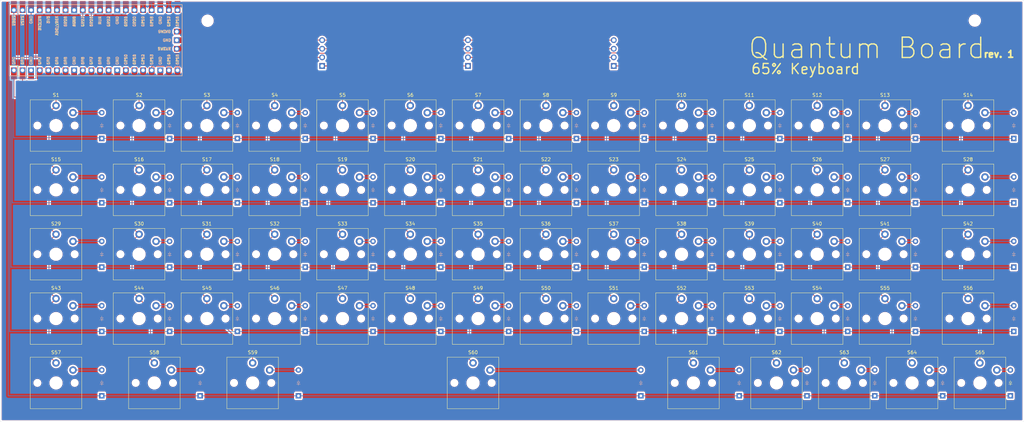
<source format=kicad_pcb>
(kicad_pcb (version 20240108) (generator "pcbnew") (generator_version "8.0")
  (layers (0 "F.Cu" signal) (31 "B.Cu" signal) (34 "B.Paste" user) (35 "F.Paste" user) (36 "B.SilkS" user "B.Silkscreen") (37 "F.SilkS" user "F.Silkscreen") (38 "B.Mask" user) (39 "F.Mask" user) (44 "Edge.Cuts" user))
  (net 0 "")
  (net 1 "Net-(D1-A)")
  (net 2 "R0")
  (net 3 "Net-(D2-A)")
  (net 4 "Net-(D3-A)")
  (net 5 "Net-(D4-A)")
  (net 6 "Net-(D5-A)")
  (net 7 "Net-(D6-A)")
  (net 8 "Net-(D7-A)")
  (net 9 "Net-(D8-A)")
  (net 10 "Net-(D9-A)")
  (net 11 "Net-(D10-A)")
  (net 12 "Net-(D11-A)")
  (net 13 "Net-(D12-A)")
  (net 14 "Net-(D13-A)")
  (net 15 "Net-(D14-A)")
  (net 16 "Net-(D15-A)")
  (net 17 "R1")
  (net 18 "Net-(D16-A)")
  (net 19 "Net-(D17-A)")
  (net 20 "Net-(D18-A)")
  (net 21 "Net-(D19-A)")
  (net 22 "Net-(D20-A)")
  (net 23 "Net-(D21-A)")
  (net 24 "Net-(D22-A)")
  (net 25 "Net-(D23-A)")
  (net 26 "Net-(D24-A)")
  (net 27 "Net-(D25-A)")
  (net 28 "Net-(D26-A)")
  (net 29 "Net-(D27-A)")
  (net 30 "Net-(D28-A)")
  (net 31 "R2")
  (net 32 "Net-(D29-A)")
  (net 33 "Net-(D30-A)")
  (net 34 "Net-(D31-A)")
  (net 35 "Net-(D32-A)")
  (net 36 "Net-(D33-A)")
  (net 37 "Net-(D34-A)")
  (net 38 "Net-(D35-A)")
  (net 39 "Net-(D36-A)")
  (net 40 "Net-(D37-A)")
  (net 41 "Net-(D38-A)")
  (net 42 "Net-(D39-A)")
  (net 43 "Net-(D40-A)")
  (net 44 "Net-(D41-A)")
  (net 45 "Net-(D42-A)")
  (net 46 "R3")
  (net 47 "Net-(D43-A)")
  (net 48 "Net-(D44-A)")
  (net 49 "Net-(D45-A)")
  (net 50 "Net-(D46-A)")
  (net 51 "Net-(D47-A)")
  (net 52 "Net-(D48-A)")
  (net 53 "Net-(D49-A)")
  (net 54 "Net-(D50-A)")
  (net 55 "Net-(D51-A)")
  (net 56 "Net-(D52-A)")
  (net 57 "Net-(D53-A)")
  (net 58 "Net-(D54-A)")
  (net 59 "Net-(D55-A)")
  (net 60 "Net-(D56-A)")
  (net 61 "Net-(D57-A)")
  (net 62 "R4")
  (net 63 "Net-(D58-A)")
  (net 64 "Net-(D59-A)")
  (net 65 "Net-(D63-A)")
  (net 66 "Net-(D67-A)")
  (net 67 "Net-(D68-A)")
  (net 68 "Net-(D69-A)")
  (net 69 "Net-(D70-A)")
  (net 70 "SCL")
  (net 71 "SDA")
  (net 72 "GND")
  (net 73 "+5V")
  (net 74 "C0")
  (net 75 "C1")
  (net 76 "C2")
  (net 77 "C3")
  (net 78 "C4")
  (net 79 "C5")
  (net 80 "C6")
  (net 81 "C7")
  (net 82 "C8")
  (net 83 "C9")
  (net 84 "C10")
  (net 85 "C11")
  (net 86 "C12")
  (net 87 "C14")
  (net 108 "Net-(D60-A)")
  (net 109 "Net-(D61-A)")
  (net 110 "Net-(D62-A)")
  (net 111 "Net-(D64-A)")
  (net 112 "Net-(D65-A)")
  (footprint "ScottoKeebs_Choc:Choc_V1_1.00u" (layer "F.Cu") (at 269.3 99.35)
    (property "Reference" "S11")
    (property "Value" "Keyswitch")
  )
  (footprint "ScottoKeebs_Choc:Choc_V1_1.50u" (layer "F.Cu") (at 64.8 99.35)
    (property "Reference" "S1")
    (property "Value" "Keyswitch")
  )
  (footprint "ScottoKeebs_Choc:Choc_V1_1.00u" (layer "F.Cu") (at 149.3 118.35)
    (property "Reference" "S19")
    (property "Value" "Keyswitch")
  )
  (footprint "ScottoKeebs_Choc:Choc_V1_1.00u" (layer "F.Cu") (at 277.3 175.35)
    (property "Reference" "S62")
    (property "Value" "Keyswitch")
  )
  (footprint "ScottoKeebs_Choc:Choc_V1_1.00u" (layer "F.Cu") (at 149.3 137.35)
    (property "Reference" "S33")
    (property "Value" "Keyswitch")
  )
  (footprint "ScottoKeebs_Choc:Choc_V1_1.00u" (layer "F.Cu") (at 89.3 137.35)
    (property "Reference" "S30")
    (property "Value" "Keyswitch")
  )
  (footprint "ScottoKeebs_Choc:Choc_V1_1.00u" (layer "F.Cu") (at 269.3 118.35)
    (property "Reference" "S25")
    (property "Value" "Keyswitch")
  )
  (footprint "ScottoKeebs_Components:OLED_128x32" (layer "F.Cu") (at 227.7 71.95)
    (property "Reference" "J3" (hide yes))
    (property "Value" "OLED_128x32")
  )
  (footprint "ScottoKeebs_Choc:Choc_V1_1.00u" (layer "F.Cu") (at 189.3 99.35)
    (property "Reference" "S7")
    (property "Value" "Keyswitch")
  )
  (footprint "ScottoKeebs_Choc:Choc_V1_1.00u" (layer "F.Cu") (at 109.3 137.35)
    (property "Reference" "S31")
    (property "Value" "Keyswitch")
  )
  (footprint "ScottoKeebs_Choc:Choc_V1_1.00u" (layer "F.Cu") (at 149.3 156.35)
    (property "Reference" "S47")
    (property "Value" "Keyswitch")
  )
  (footprint "ScottoKeebs_Choc:Choc_V1_1.00u" (layer "F.Cu") (at 209.3 137.35)
    (property "Reference" "S36")
    (property "Value" "Keyswitch")
  )
  (footprint "ScottoKeebs_Choc:Choc_V1_1.00u" (layer "F.Cu") (at 289.3 137.35)
    (property "Reference" "S40")
    (property "Value" "Keyswitch")
  )
  (footprint "ScottoKeebs_Choc:Choc_V1_1.00u" (layer "F.Cu") (at 129.3 156.35)
    (property "Reference" "S46")
    (property "Value" "Keyswitch")
  )
  (footprint "ScottoKeebs_Components:OLED_128x32" (layer "F.Cu") (at 184.7 71.95)
    (property "Reference" "J1" (hide yes))
    (property "Value" "OLED_128x32")
  )
  (footprint "ScottoKeebs_Choc:Choc_V1_1.50u" (layer "F.Cu") (at 64.8 137.35)
    (property "Reference" "S29")
    (property "Value" "Keyswitch")
  )
  (footprint "MountingHole:MountingHole_3.2mm_M3" (layer "F.Cu") (at 109.5 68.4)
    (property "Reference" "H1" (hide yes))
    (property "Value" "MountingHole" (hide yes))
  )
  (footprint "ScottoKeebs_Choc:Choc_V1_1.00u" (layer "F.Cu") (at 297.3 175.35)
    (property "Reference" "S63")
    (property "Value" "Keyswitch")
  )
  (footprint "ScottoKeebs_Choc:Choc_V1_1.50u" (layer "F.Cu") (at 64.8 175.35)
    (property "Reference" "S57")
    (property "Value" "Keyswitch")
  )
  (footprint "ScottoKeebs_Choc:Choc_V1_1.00u" (layer "F.Cu") (at 109.3 156.35)
    (property "Reference" "S45")
    (property "Value" "Keyswitch")
  )
  (footprint "ScottoKeebs_MCU:Raspberry_Pi_Pico" (layer "F.Cu") (at 76.505 74.15 90)
    (property "Reference" "U1" (hide yes))
    (property "Value" "Raspberry_Pi_Pico" (hide yes))
  )
  (footprint "ScottoKeebs_Choc:Choc_V1_1.00u" (layer "F.Cu") (at 229.3 156.35)
    (property "Reference" "S51")
    (property "Value" "Keyswitch")
  )
  (footprint "ScottoKeebs_Choc:Choc_V1_1.00u" (layer "F.Cu") (at 249.3 99.35)
    (property "Reference" "S10")
    (property "Value" "Keyswitch")
  )
  (footprint "ScottoKeebs_Choc:Choc_V1_1.00u" (layer "F.Cu") (at 317.3 175.35)
    (property "Reference" "S64")
    (property "Value" "Keyswitch")
  )
  (footprint "ScottoKeebs_Choc:Choc_V1_1.00u" (layer "F.Cu") (at 229.3 137.35)
    (property "Reference" "S37")
    (property "Value" "Keyswitch")
  )
  (footprint "ScottoKeebs_Choc:Choc_V1_1.00u" (layer "F.Cu") (at 129.3 137.35)
    (property "Reference" "S32")
    (property "Value" "Keyswitch")
  )
  (footprint "ScottoKeebs_Choc:Choc_V1_1.00u" (layer "F.Cu") (at 249.3 156.35)
    (property "Reference" "S52")
    (property "Value" "Keyswitch")
  )
  (footprint "ScottoKeebs_Choc:Choc_V1_1.50u" (layer "F.Cu") (at 93.8 175.35)
    (property "Reference" "S58")
    (property "Value" "Keyswitch")
  )
  (footprint "ScottoKeebs_Choc:Choc_V1_1.00u" (layer "F.Cu") (at 209.3 99.35)
    (property "Reference" "S8")
    (property "Value" "Keyswitch")
  )
  (footprint "ScottoKeebs_Choc:Choc_V1_1.00u" (layer "F.Cu") (at 309.3 156.35)
    (property "Reference" "S55")
    (property "Value" "Keyswitch")
  )
  (footprint "ScottoKeebs_Choc:Choc_V1_1.00u" (layer "F.Cu") (at 109.3 99.35)
    (property "Reference" "S3")
    (property "Value" "Keyswitch")
  )
  (footprint "ScottoKeebs_Choc:Choc_V1_1.50u" (layer "F.Cu") (at 252.8 175.35)
    (property "Reference" "S61")
    (property "Value" "Keyswitch")
  )
  (footprint "ScottoKeebs_Choc:Choc_V1_5.50u" (layer "F.Cu") (at 187.8 175.35)
    (property "Reference" "S60")
    (property "Value" "Keyswitch")
  )
  (footprint "ScottoKeebs_Components:OLED_128x32" (layer "F.Cu") (at 141.7 71.95)
    (property "Reference" "J2" (hide yes))
    (property "Value" "OLED_128x32")
  )
  (footprint "ScottoKeebs_Choc:Choc_V1_1.00u" (layer "F.Cu") (at 209.3 118.35)
    (property "Reference" "S22")
    (property "Value" "Keyswitch")
  )
  (footprint "ScottoKeebs_Choc:Choc_V1_1.00u" (layer "F.Cu") (at 129.3 118.35)
    (property "Reference" "S18")
    (property "Value" "Keyswitch")
  )
  (footprint "ScottoKeebs_Choc:Choc_V1_1.00u" (layer "F.Cu") (at 89.3 118.35)
    (property "Reference" "S16")
    (property "Value" "Keyswitch")
  )
  (footprint "ScottoKeebs_Choc:Choc_V1_1.00u" (layer "F.Cu") (at 169.3 118.35)
    (property "Reference" "S20")
    (property "Value" "Keyswitch")
  )
  (footprint "ScottoKeebs_Choc:Choc_V1_1.00u" (layer "F.Cu") (at 289.3 156.35)
    (property "Reference" "S54")
    (property "Value" "Keyswitch")
  )
  (footprint "MountingHole:MountingHole_3.2mm_M3" (layer "F.Cu") (at 335.8 68.35)
    (property "Reference" "H4" (hide yes))
    (property "Value" "MountingHole" (hide yes))
  )
  (footprint "ScottoKeebs_Choc:Choc_V1_1.50u" (layer "F.Cu") (at 333.8 118.35)
    (property "Reference" "S28")
    (property "Value" "Keyswitch")
  )
  (footprint "ScottoKeebs_Choc:Choc_V1_1.00u" (layer "F.Cu") (at 269.3 137.35)
    (property "Reference" "S39")
    (property "Value" "Keyswitch")
  )
  (footprint "ScottoKeebs_Choc:Choc_V1_1.00u" (layer "F.Cu") (at 309.3 137.35)
    (property "Reference" "S41")
    (property "Value" "Keyswitch")
  )
  (footprint "ScottoKeebs_Choc:Choc_V1_1.00u" (layer "F.Cu") (at 89.3 156.35)
    (property "Reference" "S44")
    (property "Value" "Keyswitch")
  )
  (footprint "ScottoKeebs_Choc:Choc_V1_1.00u" (layer "F.Cu") (at 209.3 156.35)
    (property "Reference" "S50")
    (property "Value" "Keyswitch")
  )
  (footprint "ScottoKeebs_Choc:Choc_V1_1.50u" (layer "F.Cu") (at 333.8 99.35)
    (property "Reference" "S14")
    (property "Value" "Keyswitch")
  )
  (footprint "ScottoKeebs_Components:Diode_DO-35" (layer "F.Cu") (at 346.3 179.16 90)
    (property "Reference" "D65" (hide yes))
    (property "Value" "Diode" (hide yes))
  )
  (footprint "ScottoKeebs_Choc:Choc_V1_1.00u" (layer "F.Cu") (at 169.3 99.35)
    (property "Reference" "S6")
    (property "Value" "Keyswitch")
  )
  (footprint "ScottoKeebs_Choc:Choc_V1_1.00u" (layer "F.Cu") (at 249.3 118.35)
    (property "Reference" "S24")
    (property "Value" "Keyswitch")
  )
  (footprint "ScottoKeebs_Choc:Choc_V1_1.00u" (layer "F.Cu") (at 169.3 156.35)
    (property "Reference" "S48")
    (property "Value" "Keyswitch")
  )
  (footprint "ScottoKeebs_Choc:Choc_V1_1.00u" (layer "F.Cu") (at 189.3 137.35)
    (property "Reference" "S35")
    (property "Value" "Keyswitch")
  )
  (footprint "ScottoKeebs_Choc:Choc_V1_1.00u" (layer "F.Cu") (at 149.3 99.35)
    (property "Reference" "S5")
    (property "Value" "Keyswitch")
  )
  (footprint "ScottoKeebs_Choc:Choc_V1_1.00u" (layer "F.Cu") (at 289.3 99.35)
    (property "Reference" "S12")
    (property "Value" "Keyswitch")
  )
  (footprint "ScottoKeebs_Choc:Choc_V1_1.00u" (layer "F.Cu") (at 229.3 118.35)
    (property "Reference" "S23")
    (property "Value" "Keyswitch")
  )
  (footprint "ScottoKeebs_Choc:Choc_V1_1.00u" (layer "F.Cu") (at 337.3 175.35)
    (property "Reference" "S65")
    (property "Value" "Keyswitch")
  )
  (footprint "ScottoKeebs_Choc:Choc_V1_1.50u" (layer "F.Cu") (at 64.8 156.35)
    (property "Reference" "S43")
    (property "Value" "Keyswitch")
  )
  (footprint "ScottoKeebs_Choc:Choc_V1_1.50u" (layer "F.Cu") (at 333.8 137.35)
    (property "Reference" "S42")
    (property "Value" "Keyswitch")
  )
  (footprint "ScottoKeebs_Choc:Choc_V1_1.00u" (layer "F.Cu") (at 309.3 118.35)
    (property "Reference" "S27")
    (property "Value" "Keyswitch")
  )
  (footprint "ScottoKeebs_Choc:Choc_V1_1.50u" (layer "F.Cu") (at 333.8 156.35)
    (property "Reference" "S56")
    (property "Value" "Keyswitch")
  )
  (footprint "ScottoKeebs_Choc:Choc_V1_1.00u" (layer "F.Cu") (at 169.3 137.35)
    (property "Reference" "S34")
    (property "Value" "Keyswitch")
  )
  (footprint "ScottoKeebs_Choc:Choc_V1_1.00u" (layer "F.Cu") (at 309.3 99.35)
    (property "Reference" "S13")
    (property "Value" "Keyswitch")
  )
  (footprint "ScottoKeebs_Choc:Choc_V1_1.00u" (layer "F.Cu") (at 89.3 99.35)
    (property "Reference" "S2")
    (property "Value" "Keyswitch")
  )
  (footprint "ScottoKeebs_Choc:Choc_V1_1.00u" (layer "F.Cu") (at 189.3 118.35)
    (property "Reference" "S21")
    (property "Value" "Keyswitch")
  )
  (footprint "ScottoKeebs_Choc:Choc_V1_1.00u" (layer "F.Cu") (at 289.3 118.35)
    (property "Reference" "S26")
    (property "Value" "Keyswitch")
  )
  (footprint "ScottoKeebs_Choc:Choc_V1_1.00u" (layer "F.Cu") (at 229.3 99.35)
    (property "Reference" "S9")
    (property "Value" "Keyswitch")
  )
  (footprint "ScottoKeebs_Choc:Choc_V1_1.00u" (layer "F.Cu") (at 269.3 156.35)
    (property "Reference" "S53")
    (property "Value" "Keyswitch")
  )
  (footprint "ScottoKeebs_Choc:Choc_V1_1.00u" (layer "F.Cu") (at 249.3 137.35)
    (property "Reference" "S38")
    (property "Value" "Keyswitch")
  )
  (footprint "ScottoKeebs_Choc:Choc_V1_1.50u" (layer "F.Cu") (at 122.8 175.35)
    (property "Reference" "S59")
    (property "Value" "Keyswitch")
  )
  (footprint "ScottoKeebs_Choc:Choc_V1_1.00u" (layer "F.Cu") (at 109.3 118.35)
    (property "Reference" "S17")
    (property "Value" "Keyswitch")
  )
  (footprint "ScottoKeebs_Choc:Choc_V1_1.00u" (layer "F.Cu") (at 189.3 156.35)
    (property "Reference" "S49")
    (property "Value" "Keyswitch")
  )
  (footprint "ScottoKeebs_Choc:Choc_V1_1.50u" (layer "F.Cu") (at 64.8 118.35)
    (property "Reference" "S15")
    (property "Value" "Keyswitch")
  )
  (footprint "ScottoKeebs_Choc:Choc_V1_1.00u" (layer "F.Cu") (at 129.3 99.35)
    (property "Reference" "S4")
    (property "Value" "Keyswitch")
  )
  (footprint "ScottoKeebs_Components:Diode_DO-35" (layer "B.Cu") (at 278.3 122.16 90)
    (property "Reference" "D25" (hide yes))
    (property "Value" "Diode" (hide yes))
  )
  (footprint "ScottoKeebs_Components:Diode_DO-35" (layer "B.Cu") (at 278.3 160.16 90)
    (property "Reference" "D53" (hide yes))
    (property "Value" "Diode" (hide yes))
  )
  (footprint "ScottoKeebs_Components:Diode_DO-35" (layer "B.Cu") (at 258.3 122.16 90)
    (property "Reference" "D24" (hide yes))
    (property "Value" "Diode" (hide yes))
  )
  (footprint "ScottoKeebs_Components:Diode_DO-35" (layer "B.Cu") (at 198.3 160.16 90)
    (property "Reference" "D49" (hide yes))
    (property "Value" "Diode" (hide yes))
  )
  (footprint "ScottoKeebs_Components:Diode_DO-35" (layer "B.Cu") (at 178.3 122.16 90)
    (property "Reference" "D20" (hide yes))
    (property "Value" "Diode" (hide yes))
  )
  (footprint "ScottoKeebs_Components:Diode_DO-35" (layer "B.Cu") (at 98.3 103.16 90)
    (property "Reference" "D2" (hide yes))
    (property "Value" "Diode" (hide yes))
  )
  (footprint "ScottoKeebs_Components:Diode_DO-35" (layer "B.Cu") (at 306.3 179.16 90)
    (property "Reference" "D69" (hide yes))
    (property "Value" "Diode" (hide yes))
  )
  (footprint "ScottoKeebs_Components:Diode_DO-35" (layer "B.Cu") (at 286.3 179.16 90)
    (property "Reference" "D68" (hide yes))
    (property "Value" "Diode" (hide yes))
  )
  (footprint "ScottoKeebs_Components:Diode_DO-35" (layer "B.Cu") (at 258.3 160.16 90)
    (property "Reference" "D52" (hide yes))
    (property "Value" "Diode" (hide yes))
  )
  (footprint "ScottoKeebs_Components:Diode_DO-35" (layer "B.Cu") (at 118.3 160.16 90)
    (property "Reference" "D45" (hide yes))
    (property "Value" "Diode" (hide yes))
  )
  (footprint "ScottoKeebs_Components:Diode_DO-35" (layer "B.Cu") (at 298.3 103.16 90)
    (property "Reference" "D12" (hide yes))
    (property "Value" "Diode" (hide yes))
  )
  (footprint "ScottoKeebs_Components:Diode_DO-35" (layer "B.Cu") (at 198.3 141.16 90)
    (property "Reference" "D35" (hide yes))
    (property "Value" "Diode" (hide yes))
  )
  (footprint "ScottoKeebs_Components:Diode_DO-35" (layer "B.Cu") (at 158.3 103.16 90)
    (property "Reference" "D5" (hide yes))
    (property "Value" "Diode" (hide yes))
  )
  (footprint "ScottoKeebs_Components:Diode_DO-35" (layer "B.Cu") (at 118.3 141.16 90)
    (property "Reference" "D31" (hide yes))
    (property "Value" "Diode" (hide yes))
  )
  (footprint "ScottoKeebs_Components:Diode_DO-35" (layer "B.Cu") (at 98.3 160.16 90)
    (property "Reference" "D44" (hide yes))
    (property "Value" "Diode" (hide yes))
  )
  (footprint "ScottoKeebs_Components:Diode_DO-35" (layer "B.Cu") (at 78.3 122.16 90)
    (property "Reference" "D15" (hide yes))
    (property "Value" "Diode" (hide yes))
  )
  (footprint "ScottoKeebs_Components:Diode_DO-35" (layer "B.Cu") (at 298.3 122.16 90)
    (property "Reference" "D26" (hide yes))
    (property "Value" "Diode" (hide yes))
  )
  (footprint "ScottoKeebs_Components:Diode_DO-35" (layer "B.Cu") (at 118.3 122.16 90)
    (property "Reference" "D17" (hide yes))
    (property "Value" "Diode" (hide yes))
  )
  (footprint "ScottoKeebs_Components:Diode_DO-35" (layer "B.Cu") (at 78.3 141.16 90)
    (property "Reference" "D29" (hide yes))
    (property "Value" "Diode" (hide yes))
  )
  (footprint "ScottoKeebs_Components:Diode_DO-35" (layer "B.Cu") (at 107.3 179.16 90)
    (property "Reference" "D58" (hide yes))
    (property "Value" "Diode" (hide yes))
  )
  (footprint "ScottoKeebs_Components:Diode_DO-35" (layer "B.Cu") (at 178.3 103.16 90)
    (property "Reference" "D6" (hide yes))
    (property "Value" "Diode" (hide yes))
  )
  (footprint "ScottoKeebs_Components:Diode_DO-35" (layer "B.Cu") (at 266.3 179.16 90)
    (property "Reference" "D67" (hide yes))
    (property "Value" "Diode" (hide yes))
  )
  (footprint "ScottoKeebs_Components:Diode_DO-35" (layer "B.Cu") (at 238.3 122.16 90)
    (property "Reference" "D23" (hide yes))
    (property "Value" "Diode" (hide yes))
  )
  (footprint "ScottoKeebs_Components:Diode_DO-35" (layer "B.Cu") (at 318.3 103.16 90)
    (property "Reference" "D13" (hide yes))
    (property "Value" "Diode" (hide yes))
  )
  (footprint "ScottoKeebs_Components:Diode_DO-35" (layer "B.Cu") (at 78.3 160.16 90)
    (property "Reference" "D43" (hide yes))
    (property "Value" "Diode" (hide yes))
  )
  (footprint "ScottoKeebs_Components:Diode_DO-35" (layer "B.Cu") (at 78.3 103.16 90)
    (property "Reference" "D1" (hide yes))
    (property "Value" "Diode" (hide yes))
  )
  (footprint "ScottoKeebs_Components:Diode_DO-35" (layer "B.Cu") (at 347.3 141.16 90)
    (property "Reference" "D42" (hide yes))
    (property "Value" "Diode" (hide yes))
  )
  (footprint "ScottoKeebs_Components:Diode_DO-35" (layer "B.Cu") (at 178.3 160.16 90)
    (property "Reference" "D48" (hide yes))
    (property "Value" "Diode" (hide yes))
  )
  (footprint "ScottoKeebs_Components:Diode_DO-35" (layer "B.Cu") (at 318.3 160.16 90)
    (property "Reference" "D55" (hide yes))
    (property "Value" "Diode" (hide yes))
  )
  (footprint "ScottoKeebs_Components:Diode_DO-35" (layer "B.Cu") (at 237.3 179.16 90)
    (property "Reference" "D63" (hide yes))
    (property "Value" "Diode" (hide yes))
  )
  (footprint "ScottoKeebs_Components:Diode_DO-35" (layer "B.Cu") (at 198.3 122.16 90)
    (property "Reference" "D21" (hide yes))
    (property "Value" "Diode" (hide yes))
  )
  (footprint "ScottoKeebs_Components:Diode_DO-35" (layer "B.Cu") (at 278.3 103.16 90)
    (property "Reference" "D11" (hide yes))
    (property "Value" "Diode" (hide yes))
  )
  (footprint "ScottoKeebs_Components:Diode_DO-35" (layer "B.Cu") (at 138.3 141.16 90)
    (property "Reference" "D32" (hide yes))
    (property "Value" "Diode" (hide yes))
  )
  (footprint "ScottoKeebs_Components:Diode_DO-35" (layer "B.Cu") (at 98.3 141.16 90)
    (property "Reference" "D30" (hide yes))
    (property "Value" "Diode" (hide yes))
  )
  (footprint "ScottoKeebs_Components:Diode_DO-35" (layer "B.Cu") (at 238.3 103.16 90)
    (property "Reference" "D9" (hide yes))
    (property "Value" "Diode" (hide yes))
  )
  (footprint "ScottoKeebs_Components:Diode_DO-35" (layer "B.Cu") (at 198.3 103.16 90)
    (property "Reference" "D7" (hide yes))
    (property "Value" "Diode" (hide yes))
  )
  (footprint "ScottoKeebs_Components:Diode_DO-35" (layer "B.Cu") (at 326.3 179.16 90)
    (property "Reference" "D70" (hide yes))
    (property "Value" "Diode" (hide yes))
  )
  (footprint "ScottoKeebs_Components:Diode_DO-35" (layer "B.Cu") (at 298.3 141.16 90)
    (property "Reference" "D40" (hide yes))
    (property "Value" "Diode" (hide yes))
  )
  (footprint "ScottoKeebs_Components:Diode_DO-35" (layer "B.Cu") (at 347.3 103.16 90)
    (property "Reference" "D14" (hide yes))
    (property "Value" "Diode" (hide yes))
  )
  (footprint "ScottoKeebs_Components:Diode_DO-35" (layer "B.Cu") (at 138.3 122.16 90)
    (property "Reference" "D18" (hide yes))
    (property "Value" "Diode" (hide yes))
  )
  (footprint "ScottoKeebs_Components:Diode_DO-35" (layer "B.Cu") (at 136.3 179.16 90)
    (property "Reference" "D59" (hide yes))
    (property "Value" "Diode" (hide yes))
  )
  (footprint "ScottoKeebs_Components:Diode_DO-35" (layer "B.Cu") (at 98.3 122.16 90)
    (property "Reference" "D16" (hide yes))
    (property "Value" "Diode" (hide yes))
  )
  (footprint "ScottoKeebs_Components:Diode_DO-35" (layer "B.Cu") (at 238.3 141.16 90)
    (property "Reference" "D37" (hide yes))
    (property "Value" "Diode" (hide yes))
  )
  (footprint "ScottoKeebs_Components:Diode_DO-35" (layer "B.Cu") (at 178.3 141.16 90)
    (property "Reference" "D34" (hide yes))
    (property "Value" "Diode" (hide yes))
  )
  (footprint "ScottoKeebs_Components:Diode_DO-35" (layer "B.Cu") (at 138.3 160.16 90)
    (property "Reference" "D46" (hide yes))
    (property "Value" "Diode" (hide yes))
  )
  (footprint "ScottoKeebs_Components:Diode_DO-35" (layer "B.Cu") (at 218.3 160.16 90)
    (property "Reference" "D50" (hide yes))
    (property "Value" "Diode" (hide yes))
  )
  (footprint "ScottoKeebs_Components:Diode_DO-35" (layer "B.Cu") (at 158.3 122.16 90)
    (property "Reference" "D19" (hide yes))
    (property "Value" "Diode" (hide yes))
  )
  (footprint "ScottoKeebs_Components:Diode_DO-35" (layer "B.Cu") (at 318.3 122.16 90)
    (property "Reference" "D27" (hide yes))
    (property "Value" "Diode" (hide yes))
  )
  (footprint "ScottoKeebs_Components:Diode_DO-35" (layer "B.Cu") (at 347.3 160.16 90)
    (property "Reference" "D56" (hide yes))
    (property "Value" "Diode" (hide yes))
  )
  (footprint "ScottoKeebs_Components:Diode_DO-35" (layer "B.Cu") (at 218.3 122.16 90)
    (property "Reference" "D22" (hide yes))
    (property "Value" "Diode" (hide yes))
  )
  (footprint "ScottoKeebs_Components:Diode_DO-35" (layer "B.Cu") (at 158.3 160.16 90)
    (property "Reference" "D47" (hide yes))
    (property "Value" "Diode" (hide yes))
  )
  (footprint "ScottoKeebs_Components:Diode_DO-35" (layer "B.Cu") (at 278.3 141.16 90)
    (property "Reference" "D39" (hide yes))
    (property "Value" "Diode" (hide yes))
  )
  (footprint "ScottoKeebs_Components:Diode_DO-35" (layer "B.Cu") (at 258.3 141.16 90)
    (property "Reference" "D38" (hide yes))
    (property "Value" "Diode" (hide yes))
  )
  (footprint "ScottoKeebs_Components:Diode_DO-35" (layer "B.Cu") (at 347.3 122.16 90)
    (property "Reference" "D28" (hide yes))
    (property "Value" "Diode" (hide yes))
  )
  (footprint "ScottoKeebs_Components:Diode_DO-35" (layer "B.Cu") (at 218.3 103.16 90)
    (property "Reference" "D8" (hide yes))
    (property "Value" "Diode" (hide yes))
  )
  (footprint "ScottoKeebs_Components:Diode_DO-35" (layer "B.Cu") (at 138.3 103.16 90)
    (property "Reference" "D4" (hide yes))
    (property "Value" "Diode" (hide yes))
  )
  (footprint "ScottoKeebs_Components:Diode_DO-35" (layer "B.Cu") (at 238.3 160.16 90)
    (property "Reference" "D51" (hide yes))
    (property "Value" "Diode" (hide yes))
  )
  (footprint "ScottoKeebs_Components:Diode_DO-35" (layer "B.Cu") (at 158.3 141.16 90)
    (property "Reference" "D33" (hide yes))
    (property "Value" "Diode" (hide yes))
  )
  (footprint "ScottoKeebs_Components:Diode_DO-35" (layer "B.Cu") (at 318.3 141.16 90)
    (property "Reference" "D41" (hide yes))
    (property "Value" "Diode" (hide yes))
  )
  (footprint "ScottoKeebs_Components:Diode_DO-35" (layer "B.Cu") (at 218.3 141.16 90)
    (property "Reference" "D36" (hide yes))
    (property "Value" "Diode" (hide yes))
  )
  (footprint "ScottoKeebs_Components:Diode_DO-35" (layer "B.Cu") (at 118.3 103.16 90)
    (property "Reference" "D3" (hide yes))
    (property "Value" "Diode" (hide yes))
  )
  (footprint "ScottoKeebs_Components:Diode_DO-35" (layer "B.Cu") (at 298.3 160.16 90)
    (property "Reference" "D54" (hide yes))
    (property "Value" "Diode" (hide yes))
  )
  (footprint "ScottoKeebs_Components:Diode_DO-35" (layer "B.Cu") (at 78.3 179.16 90)
    (property "Reference" "D57" (hide yes))
    (property "Value" "Diode" (hide yes))
  )
  (footprint "ScottoKeebs_Components:Diode_DO-35" (layer "B.Cu") (at 258.3 103.16 90)
    (property "Reference" "D10" (hide yes))
    (property "Value" "Diode" (hide yes))
  )
  (gr_line (start 78.3 183.85) (end 79.3 183.85) (stroke (width 0.2)) (layer "F.Cu"))
  (gr_rect (start 48.3 62.3) (end 350.3 186.85) (stroke (width 0.05)) (fill none) (layer "Edge.Cuts"))
  (gr_text "65% Keyboard" (at 269.6 84.4 0) (layer "F.SilkS") (effects (font (size 3 3) (thickness 0.4)) (justify left bottom)))
  (gr_text "Quantum Board " (at 268.7 80 0) (layer "F.SilkS") (effects (font (size 6 6) (thickness 0.4)) (justify left bottom)))
  (gr_text "rev. 1" (at 338.15 79.45 0) (layer "F.SilkS") (effects (font (size 2 2) (thickness 0.5) (bold yes)) (justify left bottom)))
  (segment (start 78.3 95.54) (end 69.81 95.54) (width 0.2) (layer "B.Cu") (net 1))
  (segment (start 69.81 95.54) (end 69.8 95.55) (width 0.2) (layer "B.Cu") (net 1))
  (segment (start 52.3 102.95) (end 78.09 102.95) (width 0.2) (layer "B.Cu") (net 2))
  (segment (start 85.395 66.345) (end 85.4 66.35) (width 0.2) (layer "B.Cu") (net 2))
  (segment (start 58.8 85.5) (end 52.3 85.5) (width 0.2) (layer "B.Cu") (net 2))
  (segment (start 58.845 83.95) (end 58.85 83.955) (width 0.2) (layer "B.Cu") (net 2))
  (segment (start 58.845 66.415) (end 58.845 83.95) (width 0.2) (layer "B.Cu") (net 2))
  (segment (start 52.3 85.5) (end 52.3 102.95) (width 0.2) (layer "B.Cu") (net 2))
  (segment (start 58.85 66.41) (end 58.845 66.415) (width 0.2) (layer "B.Cu") (net 2))
  (segment (start 58.85 83.955) (end 58.85 85.45) (width 0.2) (layer "B.Cu") (net 2))
  (segment (start 85.4 66.35) (end 85.34 66.41) (width 0.2) (layer "B.Cu") (net 2))
  (segment (start 347.3 103.16) (end 78.3 103.16) (width 0.2) (layer "B.Cu") (net 2))
  (segment (start 58.85 85.45) (end 58.8 85.5) (width 0.2) (layer "B.Cu") (net 2))
  (segment (start 85.395 65.26) (end 85.395 66.345) (width 0.2) (layer "B.Cu") (net 2))
  (segment (start 85.34 66.41) (end 58.85 66.41) (width 0.2) (layer "B.Cu") (net 2))
  (segment (start 78.09 102.95) (end 78.3 103.16) (width 0.2) (layer "B.Cu") (net 2))
  (segment (start 98.3 95.54) (end 94.31 95.54) (width 0.2) (layer "B.Cu") (net 3))
  (segment (start 94.31 95.54) (end 94.3 95.55) (width 0.2) (layer "B.Cu") (net 3))
  (segment (start 118.29 95.55) (end 118.3 95.54) (width 0.2) (layer "B.Cu") (net 4))
  (segment (start 114.3 95.55) (end 118.29 95.55) (width 0.2) (layer "B.Cu") (net 4))
  (segment (start 138.29 95.55) (end 138.3 95.54) (width 0.2) (layer "B.Cu") (net 5))
  (segment (start 134.3 95.55) (end 138.29 95.55) (width 0.2) (layer "B.Cu") (net 5))
  (segment (start 158.29 95.55) (end 158.3 95.54) (width 0.2) (layer "B.Cu") (net 6))
  (segment (start 154.3 95.55) (end 158.29 95.55) (width 0.2) (layer "B.Cu") (net 6))
  (segment (start 174.3 95.55) (end 178.29 95.55) (width 0.2) (layer "B.Cu") (net 7))
  (segment (start 178.29 95.55) (end 178.3 95.54) (width 0.2) (layer "B.Cu") (net 7))
  (segment (start 198.29 95.55) (end 198.3 95.54) (width 0.2) (layer "B.Cu") (net 8))
  (segment (start 194.3 95.55) (end 198.29 95.55) (width 0.2) (layer "B.Cu") (net 8))
  (segment (start 218.29 95.55) (end 218.3 95.54) (width 0.2) (layer "B.Cu") (net 9))
  (segment (start 214.3 95.55) (end 218.29 95.55) (width 0.2) (layer "B.Cu") (net 9))
  (segment (start 238.29 95.55) (end 238.3 95.54) (width 0.2) (layer "B.Cu") (net 10))
  (segment (start 234.3 95.55) (end 238.29 95.55) (width 0.2) (layer "B.Cu") (net 10))
  (segment (start 258.29 95.55) (end 258.3 95.54) (width 0.2) (layer "B.Cu") (net 11))
  (segment (start 254.3 95.55) (end 258.29 95.55) (width 0.2) (layer "B.Cu") (net 11))
  (segment (start 274.3 95.55) (end 278.29 95.55) (width 0.2) (layer "B.Cu") (net 12))
  (segment (start 278.29 95.55) (end 278.3 95.54) (width 0.2) (layer "B.Cu") (net 12))
  (segment (start 294.3 95.55) (end 298.29 95.55) (width 0.2) (layer "B.Cu") (net 13))
  (segment (start 298.29 95.55) (end 298.3 95.54) (width 0.2) (layer "B.Cu") (net 13))
  (segment (start 318.29 95.55) (end 318.3 95.54) (width 0.2) (layer "B.Cu") (net 14))
  (segment (start 314.3 95.55) (end 318.29 95.55) (width 0.2) (layer "B.Cu") (net 14))
  (segment (start 347.29 95.55) (end 347.3 95.54) (width 0.2) (layer "B.Cu") (net 15))
  (segment (start 338.8 95.55) (end 347.29 95.55) (width 0.2) (layer "B.Cu") (net 15))
  (segment (start 69.8 114.55) (end 78.29 114.55) (width 0.2) (layer "B.Cu") (net 16))
  (segment (start 78.29 114.55) (end 78.3 114.54) (width 0.2) (layer "B.Cu") (net 16))
  (segment (start 78.3 122.16) (end 51.91 122.16) (width 0.2) (layer "B.Cu") (net 17))
  (segment (start 87.95 64.1) (end 87.95 65.245) (width 0.2) (layer "B.Cu") (net 17))
  (segment (start 51.91 122.16) (end 51.9 122.15) (width 0.2) (layer "B.Cu") (net 17))
  (segment (start 87.95 65.245) (end 87.935 65.26) (width 0.2) (layer "B.Cu") (net 17))
  (segment (start 56.1 85.1) (end 56.1 64.1) (width 0.2) (layer "B.Cu") (net 17))
  (segment (start 78.3 122.16) (end 347.3 122.16) (width 0.2) (layer "B.Cu") (net 17))
  (segment (start 56.1 64.1) (end 87.95 64.1) (width 0.2) (layer "B.Cu") (net 17))
  (segment (start 51.9 85.1) (end 56.1 85.1) (width 0.2) (layer "B.Cu") (net 17))
  (segment (start 51.9 122.15) (end 51.9 85.1) (width 0.2) (layer "B.Cu") (net 17))
  (segment (start 98.29 114.55) (end 98.3 114.54) (width 0.2) (layer "B.Cu") (net 18))
  (segment (start 94.3 114.55) (end 98.29 114.55) (width 0.2) (layer "B.Cu") (net 18))
  (segment (start 118.29 114.55) (end 118.3 114.54) (width 0.2) (layer "B.Cu") (net 19))
  (segment (start 114.3 114.55) (end 118.29 114.55) (width 0.2) (layer "B.Cu") (net 19))
  (segment (start 134.3 114.55) (end 138.29 114.55) (width 0.2) (layer "B.Cu") (net 20))
  (segment (start 138.29 114.55) (end 138.3 114.54) (width 0.2) (layer "B.Cu") (net 20))
  (segment (start 158.29 114.55) (end 158.3 114.54) (width 0.2) (layer "B.Cu") (net 21))
  (segment (start 154.3 114.55) (end 158.29 114.55) (width 0.2) (layer "B.Cu") (net 21))
  (segment (start 178.96 114.54) (end 178.3 114.54) (width 0.2) (layer "B.Cu") (net 22))
  (segment (start 178.95 114.55) (end 178.96 114.54) (width 0.2) (layer "B.Cu") (net 22))
  (segment (start 174.3 114.55) (end 178.95 114.55) (width 0.2) (layer "B.Cu") (net 22))
  (segment (start 198.29 114.55) (end 198.3 114.54) (width 0.2) (layer "B.Cu") (net 23))
  (segment (start 194.3 114.55) (end 198.29 114.55) (width 0.2) (layer "B.Cu") (net 23))
  (segment (start 218.29 114.55) (end 218.3 114.54) (width 0.2) (layer "B.Cu") (net 24))
  (segment (start 214.3 114.55) (end 218.29 114.55) (width 0.2) (layer "B.Cu") (net 24))
  (segment (start 238.29 114.55) (end 238.3 114.54) (width 0.2) (layer "B.Cu") (net 25))
  (segment (start 234.3 114.55) (end 238.29 114.55) (width 0.2) (layer "B.Cu") (net 25))
  (segment (start 254.3 114.55) (end 258.29 114.55) (width 0.2) (layer "B.Cu") (net 26))
  (segment (start 258.29 114.55) (end 258.3 114.54) (width 0.2) (layer "B.Cu") (net 26))
  (segment (start 278.29 114.55) (end 278.3 114.54) (width 0.2) (layer "B.Cu") (net 27))
  (segment (start 274.3 114.55) (end 278.29 114.55) (width 0.2) (layer "B.Cu") (net 27))
  (segment (start 298.29 114.55) (end 298.3 114.54) (width 0.2) (layer "B.Cu") (net 28))
  (segment (start 294.3 114.55) (end 298.29 114.55) (width 0.2) (layer "B.Cu") (net 28))
  (segment (start 318.29 114.55) (end 318.3 114.54) (width 0.2) (layer "B.Cu") (net 29))
  (segment (start 314.3 114.55) (end 318.29 114.55) (width 0.2) (layer "B.Cu") (net 29))
  (segment (start 338.8 114.55) (end 347.29 114.55) (width 0.2) (layer "B.Cu") (net 30))
  (segment (start 347.29 114.55) (end 347.3 114.54) (width 0.2) (layer "B.Cu") (net 30))
  (segment (start 347.3 141.16) (end 78.3 141.16) (width 0.2) (layer "B.Cu") (net 31))
  (segment (start 53.55 84.7) (end 53.55 63.7) (width 0.2) (layer "B.Cu") (net 31))
  (segment (start 51.5 141.15) (end 51.5 84.7) (width 0.2) (layer "B.Cu") (net 31))
  (segment (start 90.45 65.235) (end 90.475 65.26) (width 0.2) (layer "B.Cu") (net 31))
  (segment (start 51.51 141.16) (end 51.5 141.15) (width 0.2) (layer "B.Cu") (net 31))
  (segment (start 53.55 63.7) (end 90.45 63.7) (width 0.2) (layer "B.Cu") (net 31))
  (segment (start 78.3 141.16) (end 51.51 141.16) (width 0.2) (layer "B.Cu") (net 31))
  (segment (start 90.45 63.7) (end 90.45 65.235) (width 0.2) (layer "B.Cu") (net 31))
  (segment (start 51.5 84.7) (end 53.55 84.7) (width 0.2) (layer "B.Cu") (net 31))
  (segment (start 69.8 133.55) (end 78.29 133.55) (width 0.2) (layer "B.Cu") (net 32))
  (segment (start 78.29 133.55) (end 78.3 133.54) (width 0.2) (layer "B.Cu") (net 32))
  (segment (start 98.29 133.55) (end 98.3 133.54) (width 0.2) (layer "B.Cu") (net 33))
  (segment (start 94.3 133.55) (end 98.29 133.55) (width 0.2) (layer "B.Cu") (net 33))
  (segment (start 114.3 133.55) (end 118.29 133.55) (width 0.2) (layer "B.Cu") (net 34))
  (segment (start 118.29 133.55) (end 118.3 133.54) (width 0.2) (layer "B.Cu") (net 34))
  (segment (start 138.29 133.55) (end 138.3 133.54) (width 0.2) (layer "B.Cu") (net 35))
  (segment (start 134.3 133.55) (end 138.29 133.55) (width 0.2) (layer "B.Cu") (net 35))
  (segment (start 158.29 133.55) (end 158.3 133.54) (width 0.2) (layer "B.Cu") (net 36))
  (segment (start 154.3 133.55) (end 158.29 133.55) (width 0.2) (layer "B.Cu") (net 36))
  (segment (start 174.3 133.55) (end 178.29 133.55) (width 0.2) (layer "B.Cu") (net 37))
  (segment (start 178.29 133.55) (end 178.3 133.54) (width 0.2) (layer "B.Cu") (net 37))
  (segment (start 198.29 133.55) (end 198.3 133.54) (width 0.2) (layer "B.Cu") (net 38))
  (segment (start 194.3 133.55) (end 198.29 133.55) (width 0.2) (layer "B.Cu") (net 38))
  (segment (start 214.3 133.55) (end 218.29 133.55) (width 0.2) (layer "B.Cu") (net 39))
  (segment (start 218.29 133.55) (end 218.3 133.54) (width 0.2) (layer "B.Cu") (net 39))
  (segment (start 238.29 133.55) (end 238.3 133.54) (width 0.2) (layer "B.Cu") (net 40))
  (segment (start 234.3 133.55) (end 238.29 133.55) (width 0.2) (layer "B.Cu") (net 40))
  (segment (start 258.29 133.55) (end 258.3 133.54) (width 0.2) (layer "B.Cu") (net 41))
  (segment (start 254.3 133.55) (end 258.29 133.55) (width 0.2) (layer "B.Cu") (net 41))
  (segment (start 278.29 133.55) (end 278.3 133.54) (width 0.2) (layer "B.Cu") (net 42))
  (segment (start 274.3 133.55) (end 278.29 133.55) (width 0.2) (layer "B.Cu") (net 42))
  (segment (start 298.29 133.55) (end 298.3 133.54) (width 0.2) (layer "B.Cu") (net 43))
  (segment (start 294.3 133.55) (end 298.29 133.55) (width 0.2) (layer "B.Cu") (net 43))
  (segment (start 314.3 133.55) (end 318.29 133.55) (width 0.2) (layer "B.Cu") (net 44))
  (segment (start 318.29 133.55) (end 318.3 133.54) (width 0.2) (layer "B.Cu") (net 44))
  (segment (start 338.8 133.55) (end 347.29 133.55) (width 0.2) (layer "B.Cu") (net 45))
  (segment (start 347.29 133.55) (end 347.3 133.54) (width 0.2) (layer "B.Cu") (net 45))
  (segment (start 51.1 63.6) (end 51.4 63.3) (width 0.2) (layer "B.Cu") (net 46))
  (segment (start 78.3 160.16) (end 347.3 160.16) (width 0.2) (layer "B.Cu") (net 46))
  (segment (start 93.05 65.225) (end 93.015 65.26) (width 0.2) (layer "B.Cu") (net 46))
  (segment (start 93.05 63.3) (end 93.05 65.225) (width 0.2) (layer "B.Cu") (net 46))
  (segment (start 51.1 160.15) (end 51.1 63.6) (width 0.2) (layer "B.Cu") (net 46))
  (segment (start 51.4 63.3) (end 93.05 63.3) (width 0.2) (layer "B.Cu") (net 46))
  (segment (start 78.3 160.16) (end 51.11 160.16) (width 0.2) (layer "B.Cu") (net 46))
  (segment (start 51.11 160.16) (end 51.1 160.15) (width 0.2) (layer "B.Cu") (net 46))
  (segment (start 69.81 152.54) (end 69.8 152.55) (width 0.2) (layer "B.Cu") (net 47))
  (segment (start 78.3 152.54) (end 69.81 152.54) (width 0.2) (layer "B.Cu") (net 47))
  (segment (start 93.65 152.55) (end 94.3 152.55) (width 0.2) (layer "B.Cu") (net 48))
  (segment (start 93.64 152.54) (end 93.65 152.55) (width 0.2) (layer "B.Cu") (net 48))
  (segment (start 98.3 152.54) (end 93.64 152.54) (width 0.2) (layer "B.Cu") (net 48))
  (segment (start 114.31 152.54) (end 114.3 152.55) (width 0.2) (layer "B.Cu") (net 49))
  (segment (start 118.3 152.54) (end 114.31 152.54) (width 0.2) (layer "B.Cu") (net 49))
  (segment (start 138.3 152.54) (end 135.54 152.54) (width 0.2) (layer "B.Cu") (net 50))
  (segment (start 135.54 152.54) (end 135.5 152.5) (width 0.2) (layer "B.Cu") (net 50))
  (segment (start 135.45 152.55) (end 134.3 152.55) (width 0.2) (layer "B.Cu") (net 50))
  (segment (start 135.5 152.5) (end 135.45 152.55) (width 0.2) (layer "B.Cu") (net 50))
  (segment (start 158.3 152.54) (end 154.31 152.54) (width 0.2) (layer "B.Cu") (net 51))
  (segment (start 154.31 152.54) (end 154.3 152.55) (width 0.2) (layer "B.Cu") (net 51))
  (segment (start 178.3 152.54) (end 174.31 152.54) (width 0.2) (layer "B.Cu") (net 52))
  (segment (start 174.31 152.54) (end 174.3 152.55) (width 0.2) (layer "B.Cu") (net 52))
  (segment (start 194.31 152.54) (end 194.3 152.55) (width 0.2) (layer "B.Cu") (net 53))
  (segment (start 198.3 152.54) (end 194.31 152.54) (width 0.2) (layer "B.Cu") (net 53))
  (segment (start 218.3 152.54) (end 214.31 152.54) (width 0.2) (layer "B.Cu") (net 54))
  (segment (start 214.31 152.54) (end 214.3 152.55) (width 0.2) (layer "B.Cu") (net 54))
  (segment (start 238.3 152.54) (end 234.31 152.54) (width 0.2) (layer "B.Cu") (net 55))
  (segment (start 234.31 152.54) (end 234.3 152.55) (width 0.2) (layer "B.Cu") (net 55))
  (segment (start 258.3 152.54) (end 254.31 152.54) (width 0.2) (layer "B.Cu") (net 56))
  (segment (start 254.31 152.54) (end 254.3 152.55) (width 0.2) (layer "B.Cu") (net 56))
  (segment (start 278.3 152.54) (end 274.31 152.54) (width 0.2) (layer "B.Cu") (net 57))
  (segment (start 274.31 152.54) (end 274.3 152.55) (width 0.2) (layer "B.Cu") (net 57))
  (segment (start 294.31 152.54) (end 294.3 152.55) (width 0.2) (layer "B.Cu") (net 58))
  (segment (start 298.3 152.54) (end 294.31 152.54) (width 0.2) (layer "B.Cu") (net 58))
  (segment (start 314.31 152.54) (end 314.3 152.55) (width 0.2) (layer "B.Cu") (net 59))
  (segment (start 318.3 152.54) (end 314.31 152.54) (width 0.2) (layer "B.Cu") (net 59))
  (segment (start 347.3 152.54) (end 338.81 152.54) (width 0.2) (layer "B.Cu") (net 60))
  (segment (start 338.81 152.54) (end 338.8 152.55) (width 0.2) (layer "B.Cu") (net 60))
  (segment (start 78.3 171.54) (end 69.81 171.54) (width 0.2) (layer "B.Cu") (net 61))
  (segment (start 69.81 171.54) (end 69.8 171.55) (width 0.2) (layer "B.Cu") (net 61))
  (segment (start 326.3 179.16) (end 346.3 179.16) (width 0.2) (layer "B.Cu") (net 62))
  (segment (start 50.9 62.9) (end 50.9 63.05) (width 0.2) (layer "B.Cu") (net 62))
  (segment (start 98.1 62.9) (end 50.9 62.9) (width 0.2) (layer "B.Cu") (net 62))
  (segment (start 50.7 179.15) (end 51.35 179.15) (width 0.2) (layer "B.Cu") (net 62))
  (segment (start 51.35 179.15) (end 51.36 179.16) (width 0.2) (layer "B.Cu") (net 62))
  (segment (start 98.095 62.905) (end 98.1 62.9) (width 0.2) (layer "B.Cu") (net 62))
  (segment (start 50.9 63.05) (end 50.7 63.25) (width 0.2) (layer "B.Cu") (net 62))
  (segment (start 98.095 65.26) (end 98.095 62.905) (width 0.2) (layer "B.Cu") (net 62))
  (segment (start 326.3 179.16) (end 78.3 179.16) (width 0.2) (layer "B.Cu") (net 62))
  (segment (start 50.7 63.25) (end 50.7 179.15) (width 0.2) (layer "B.Cu") (net 62))
  (segment (start 51.36 179.16) (end 78.3 179.16) (width 0.2) (layer "B.Cu") (net 62))
  (segment (start 107.3 171.54) (end 98.81 171.54) (width 0.2) (layer "B.Cu") (net 63))
  (segment (start 98.81 171.54) (end 98.8 171.55) (width 0.2) (layer "B.Cu") (net 63))
  (segment (start 136.29 171.55) (end 136.3 171.54) (width 0.2) (layer "B.Cu") (net 64))
  (segment (start 127.8 171.55) (end 136.29 171.55) (width 0.2) (layer "B.Cu") (net 64))
  (segment (start 237.29 171.55) (end 237.3 171.54) (width 0.2) (layer "B.Cu") (net 65))
  (segment (start 192.8 171.55) (end 237.29 171.55) (width 0.2) (layer "B.Cu") (net 65))
  (segment (start 266.29 171.55) (end 266.3 171.54) (width 0.2) (layer "B.Cu") (net 66))
  (segment (start 257.8 171.55) (end 266.29 171.55) (width 0.2) (layer "B.Cu") (net 66))
  (segment (start 282.3 171.55) (end 286.29 171.55) (width 0.2) (layer "B.Cu") (net 67))
  (segment (start 286.29 171.55) (end 286.3 171.54) (width 0.2) (layer "B.Cu") (net 67))
  (segment (start 306.29 171.55) (end 306.3 171.54) (width 0.2) (layer "B.Cu") (net 68))
  (segment (start 302.3 171.55) (end 306.29 171.55) (width 0.2) (layer "B.Cu") (net 68))
  (segment (start 322.3 171.55) (end 326.29 171.55) (width 0.2) (layer "B.Cu") (net 69))
  (segment (start 326.29 171.55) (end 326.3 171.54) (width 0.2) (layer "B.Cu") (net 69))
  (segment (start 134.1 77.6) (end 140.9 77.6) (width 0.2) (layer "F.Cu") (net 70))
  (segment (start 140.9 76.65) (end 143.28 76.65) (width 0.2) (layer "F.Cu") (net 70))
  (segment (start 143.3 76.67) (end 186.3 76.67) (width 0.2) (layer "F.Cu") (net 70))
  (segment (start 140.9 77.6) (end 140.9 76.65) (width 0.2) (layer "F.Cu") (net 70))
  (segment (start 229.3 76.67) (end 186.3 76.67) (width 0.2) (layer "F.Cu") (net 70))
  (segment (start 72.695 78.405) (end 72.7 78.41) (width 0.2) (layer "F.Cu") (net 70))
  (segment (start 72.695 65.26) (end 72.695 78.405) (width 0.2) (layer "F.Cu") (net 70))
  (segment (start 134.1 78.41) (end 134.1 77.6) (width 0.2) (layer "F.Cu") (net 70))
  (segment (start 72.7 78.41) (end 134.1 78.41) (width 0.2) (layer "F.Cu") (net 70))
  (segment (start 143.28 76.65) (end 143.3 76.67) (width 0.2) (layer "F.Cu") (net 70))
  (segment (start 133.7 77.2) (end 140.5 77.2) (width 0.2) (layer "F.Cu") (net 71))
  (segment (start 75.19 65.305) (end 75.19 77.95) (width 0.2) (layer "F.Cu") (net 71))
  (segment (start 75.235 65.26) (end 75.19 65.305) (width 0.2) (layer "F.Cu") (net 71))
  (segment (start 77.6 78) (end 77.61 78.01) (width 0.2) (layer "F.Cu") (net 71))
  (segment (start 140.5 77.2) (end 140.5 74.1) (width 0.2) (layer "F.Cu") (net 71))
  (segment (start 140.5 74.1) (end 143.27 74.1) (width 0.2) (layer "F.Cu") (net 71))
  (segment (start 186.3 74.13) (end 229.3 74.13) (width 0.2) (layer "F.Cu") (net 71))
  (segment (start 75.2 78.01) (end 77.59 78.01) (width 0.2) (layer "F.Cu") (net 71))
  (segment (start 75.2 77.96) (end 75.2 78.01) (width 0.2) (layer "F.Cu") (net 71))
  (segment (start 77.61 78.01) (end 133.7 78.01) (width 0.2) (layer "F.Cu") (net 71))
  (segment (start 77.59 78.01) (end 77.6 78) (width 0.2) (layer "F.Cu") (net 71))
  (segment (start 143.3 74.13) (end 186.3 74.13) (width 0.2) (layer "F.Cu") (net 71))
  (segment (start 75.19 77.95) (end 75.2 77.96) (width 0.2) (layer "F.Cu") (net 71))
  (segment (start 133.7 78.01) (end 133.7 77.2) (width 0.2) (layer "F.Cu") (net 71))
  (segment (start 143.27 74.1) (end 143.3 74.13) (width 0.2) (layer "F.Cu") (net 71))
  (segment (start 184.65 78.2) (end 184.95 77.9) (width 0.2) (layer "F.Cu") (net 72))
  (segment (start 82.9 78.81) (end 57.45 78.81) (width 0.2) (layer "F.Cu") (net 72))
  (segment (start 134.54 78.75) (end 134.5 78.79) (width 0.2) (layer "F.Cu") (net 72))
  (segment (start 143.3 81.75) (end 145.15 81.75) (width 0.2) (layer "F.Cu") (net 72))
  (segment (start 134.55 78) (end 134.54 78.01) (width 0.2) (layer "F.Cu") (net 72))
  (segment (start 184.95 77.9) (end 231 77.9) (width 0.2) (layer "F.Cu") (net 72))
  (segment (start 143.3 81.75) (end 184.5 81.75) (width 0.2) (layer "F.Cu") (net 72))
  (segment (start 134.5 78.79) (end 134.5 78.81) (width 0.2) (layer "F.Cu") (net 72))
  (segment (start 134.5 78.81) (end 82.9 78.81) (width 0.2) (layer "F.Cu") (net 72))
  (segment (start 134.54 78.01) (end 134.54 78.75) (width 0.2) (layer "F.Cu") (net 72))
  (segment (start 184.5 81.75) (end 184.5 78.2) (width 0.2) (layer "F.Cu") (net 72))
  (segment (start 229.3 81.75) (end 231 81.75) (width 0.2) (layer "F.Cu") (net 72))
  (segment (start 184.5 78.2) (end 184.65 78.2) (width 0.2) (layer "F.Cu") (net 72))
  (segment (start 145.15 78) (end 134.55 78) (width 0.2) (layer "F.Cu") (net 72))
  (segment (start 145.15 81.75) (end 145.15 78) (width 0.2) (layer "F.Cu") (net 72))
  (segment (start 231 77.9) (end 231 81.75) (width 0.2) (layer "F.Cu") (net 72))
  (segment (start 184.5 81.75) (end 186.3 81.75) (width 0.2) (layer "F.Cu") (net 72))
  (segment (start 57.455 65.26) (end 57.455 78.805) (width 0.2) (layer "F.Cu") (net 72))
  (segment (start 52.36 79.21) (end 52.35 79.2) (width 0.2) (layer "F.Cu") (net 73))
  (segment (start 52.35 79.2) (end 52.35 65.285) (width 0.2) (layer "F.Cu") (net 73))
  (segment (start 187.69 79.21) (end 187.7 79.2) (width 0.2) (layer "F.Cu") (net 73))
  (segment (start 187.7 79.2) (end 187.7 83.55) (width 0.2) (layer "F.Cu") (net 73))
  (segment (start 187.7 79.2) (end 187.71 79.21) (width 0.2) (layer "F.Cu") (net 73))
  (segment (start 187.7 83.55) (end 141.25 83.55) (width 0.2) (layer "F.Cu") (net 73))
  (segment (start 141.25 83.55) (end 141.25 79.21) (width 0.2) (layer "F.Cu") (net 73))
  (segment (start 52.35 65.285) (end 52.375 65.26) (width 0.2) (layer "F.Cu") (net 73))
  (segment (start 186.3 79.21) (end 187.69 79.21) (width 0.2) (layer "F.Cu") (net 73))
  (segment (start 143.3 79.21) (end 141.25 79.21) (width 0.2) (layer "F.Cu") (net 73))
  (segment (start 141.25 79.21) (end 52.36 79.21) (width 0.2) (layer "F.Cu") (net 73))
  (segment (start 187.71 79.21) (end 229.3 79.21) (width 0.2) (layer "F.Cu") (net 73))
  (segment (start 52.375 85.825) (end 52.375 83.04) (width 0.2) (layer "F.Cu") (net 74))
  (segment (start 62.725 167.375) (end 64.8 169.45) (width 0.2) (layer "F.Cu") (net 74))
  (segment (start 62.725 95.525) (end 62.725 110.375) (width 0.2) (layer "F.Cu") (net 74))
  (segment (start 62.725 129.375) (end 64.8 131.45) (width 0.2) (layer "F.Cu") (net 74))
  (segment (start 62.725 133.525) (end 62.725 148.375) (width 0.2) (layer "F.Cu") (net 74))
  (segment (start 52.4 90.95) (end 52.4 85.85) (width 0.2) (layer "F.Cu") (net 74))
  (segment (start 62.725 110.375) (end 64.8 112.45) (width 0.2) (layer "F.Cu") (net 74))
  (segment (start 62.725 114.525) (end 62.725 129.375) (width 0.2) (layer "F.Cu") (net 74))
  (segment (start 62.725 148.375) (end 64.8 150.45) (width 0.2) (layer "F.Cu") (net 74))
  (segment (start 64.8 112.45) (end 62.725 114.525) (width 0.2) (layer "F.Cu") (net 74))
  (segment (start 64.8 90.95) (end 52.4 90.95) (width 0.2) (layer "F.Cu") (net 74))
  (segment (start 62.725 152.525) (end 62.725 167.375) (width 0.2) (layer "F.Cu") (net 74))
  (segment (start 64.8 150.45) (end 62.725 152.525) (width 0.2) (layer "F.Cu") (net 74))
  (segment (start 52.4 85.85) (end 52.375 85.825) (width 0.2) (layer "F.Cu") (net 74))
  (segment (start 64.8 131.45) (end 62.725 133.525) (width 0.2) (layer "F.Cu") (net 74))
  (segment (start 64.8 93.45) (end 64.8 90.95) (width 0.2) (layer "F.Cu") (net 74))
  (segment (start 64.8 93.45) (end 62.725 95.525) (width 0.2) (layer "F.Cu") (net 74))
  (segment (start 87.225 133.525) (end 89.3 131.45) (width 0.2) (layer "F.Cu") (net 75))
  (segment (start 89.3 150.45) (end 87.225 148.375) (width 0.2) (layer "F.Cu") (net 75))
  (segment (start 89.3 90.55) (end 89.3 93.45) (width 0.2) (layer "F.Cu") (net 75))
  (segment (start 93.8 169.45) (end 92.700001 168.350001) (width 0.2) (layer "F.Cu") (net 75))
  (segment (start 54.915 83.04) (end 54.915 90.515) (width 0.2) (layer "F.Cu") (net 75))
  (segment (start 87.225 95.525) (end 89.3 93.45) (width 0.2) (layer "F.Cu") (net 75))
  (segment (start 92.700001 153.850001) (end 89.3 150.45) (width 0.2) (layer "F.Cu") (net 75))
  (segment (start 87.225 114.525) (end 89.3 112.45) (width 0.2) (layer "F.Cu") (net 75))
  (segment (start 92.700001 168.350001) (end 92.700001 153.850001) (width 0.2) (layer "F.Cu") (net 75))
  (segment (start 87.225 148.375) (end 87.225 133.525) (width 0.2) (layer "F.Cu") (net 75))
  (segment (start 89.3 112.45) (end 87.225 110.375) (width 0.2) (layer "F.Cu") (net 75))
  (segment (start 87.225 110.375) (end 87.225 95.525) (width 0.2) (layer "F.Cu") (net 75))
  (segment (start 54.95 90.55) (end 89.3 90.55) (width 0.2) (layer "F.Cu") (net 75))
  (segment (start 87.225 129.375) (end 87.225 114.525) (width 0.2) (layer "F.Cu") (net 75))
  (segment (start 89.3 131.45) (end 87.225 129.375) (width 0.2) (layer "F.Cu") (net 75))
  (segment (start 54.915 90.515) (end 54.95 90.55) (width 0.2) (layer "F.Cu") (net 75))
  (segment (start 109.3 112.45) (end 107.225 114.525) (width 0.2) (layer "F.Cu") (net 76))
  (segment (start 59.995 83.04) (end 59.995 90.145) (width 0.2) (layer "F.Cu") (net 76))
  (segment (start 107.225 95.525) (end 107.225 110.375) (width 0.2) (layer "F.Cu") (net 76))
  (segment (start 109.3 153.4) (end 122.8 166.9) (width 0.2) (layer "F.Cu") (net 76))
  (segment (start 109.3 93.45) (end 107.225 95.525) (width 0.2) (layer "F.Cu") (net 76))
  (segment (start 109.3 90.15) (end 109.3 93.45) (width 0.2) (layer "F.Cu") (net 76))
  (segment (start 107.225 129.375) (end 109.3 131.45) (width 0.2) (layer "F.Cu") (net 76))
  (segment (start 59.995 90.145) (end 60 90.15) (width 0.2) (layer "F.Cu") (net 76))
  (segment (start 107.225 133.525) (end 107.225 148.375) (width 0.2) (layer "F.Cu") (net 76))
  (segment (start 109.3 131.45) (end 107.225 133.525) (width 0.2) (layer "F.Cu") (net 76))
  (segment (start 122.8 166.9) (end 122.8 169.45) (width 0.2) (layer "F.Cu") (net 76))
  (segment (start 60 90.15) (end 109.3 90.15) (width 0.2) (layer "F.Cu") (net 76))
  (segment (start 107.225 114.525) (end 107.225 129.375) (width 0.2) (layer "F.Cu") (net 76))
  (segment (start 109.3 150.45) (end 109.3 153.4) (width 0.2) (layer "F.Cu") (net 76))
  (segment (start 107.225 110.375) (end 109.3 112.45) (width 0.2) (layer "F.Cu") (net 76))
  (segment (start 107.225 148.375) (end 109.3 150.45) (width 0.2) (layer "F.Cu") (net 76))
  (segment (start 127.225 95.525) (end 129.3 93.45) (width 0.2) (layer "F.Cu") (net 77))
  (segment (start 127.225 129.375) (end 127.225 114.525) (width 0.2) (layer "F.Cu") (net 77))
  (segment (start 127.225 114.525) (end 129.3 112.45) (width 0.2) (layer "F.Cu") (net 77))
  (segment (start 127.225 148.375) (end 127.225 133.525) (width 0.2) (layer "F.Cu") (net 77))
  (segment (start 62.535 83.04) (end 62.535 89.75) (width 0.2) (layer "F.Cu") (net 77))
  (segment (start 129.3 131.45) (end 127.225 129.375) (width 0.2) (layer "F.Cu") (net 77))
  (segment (start 129.3 150.45) (end 127.225 148.375) (width 0.2) (layer "F.Cu") (net 77))
  (segment (start 129.3 89.75) (end 129.3 93.45) (width 0.2) (layer "F.Cu") (net 77))
  (segment (start 127.225 110.375) (end 127.225 95.525) (width 0.2) (layer "F.Cu") (net 77))
  (segment (start 129.3 112.45) (end 127.225 110.375) (width 0.2) (layer "F.Cu") (net 77))
  (segment (start 127.225 133.525) (end 129.3 131.45) (width 0.2) (layer "F.Cu") (net 77))
  (segment (start 62.535 89.75) (end 129.3 89.75) (width 0.2) (layer "F.Cu") (net 77))
  (segment (start 149.3 112.45) (end 145.1 116.65) (width 0.2) (layer "F.Cu") (net 78))
  (segment (start 147.225 97.763478) (end 147.225 110.375) (width 0.2) (layer "F.Cu") (net 78))
  (segment (start 146.5 134.25) (end 146.5 147.65) (width 0.2) (layer "F.Cu") (net 78))
  (segment (start 145.1 116.65) (end 145.1 127.25) (width 0.2) (layer "F.Cu") (net 78))
  (segment (start 149.3 131.45) (end 146.5 134.25) (width 0.2) (layer "F.Cu") (net 78))
  (segment (start 65.1 89.35) (end 149.3 89.35) (width 0.2) (layer "F.Cu") (net 78))
  (segment (start 149.3 95.688478) (end 147.225 97.763478) (width 0.2) (layer "F.Cu") (net 78))
  (segment (start 147.225 110.375) (end 149.3 112.45) (width 0.2) (layer "F.Cu") (net 78))
  (segment (start 65.075 89.325) (end 65.1 89.35) (width 0.2) (layer "F.Cu") (net 78))
  (segment (start 149.3 89.35) (end 149.3 93.45) (width 0.2) (layer "F.Cu") (net 78))
  (segment (start 65.075 83.04) (end 65.075 89.325) (width 0.2) (layer "F.Cu") (net 78))
  (segment (start 149.3 93.45) (end 149.3 95.688478) (width 0.2) (layer "F.Cu") (net 78))
  (segment (start 145.1 127.25) (end 149.3 131.45) (width 0.2) (layer "F.Cu") (net 78))
  (segment (start 146.5 147.65) (end 149.3 150.45) (width 0.2) (layer "F.Cu") (net 78))
  (segment (start 167.225 133.525) (end 169.3 131.45) (width 0.2) (layer "F.Cu") (net 79))
  (segment (start 67.65 88.95) (end 169.3 88.95) (width 0.2) (layer "F.Cu") (net 79))
  (segment (start 169.3 88.95) (end 169.3 93.45) (width 0.2) (layer "F.Cu") (net 79))
  (segment (start 169.3 131.45) (end 167.225 129.375) (width 0.2) (layer "F.Cu") (net 79))
  (segment (start 169.3 150.45) (end 167.225 148.375) (width 0.2) (layer "F.Cu") (net 79))
  (segment (start 167.225 110.375) (end 167.225 95.525) (width 0.2) (layer "F.Cu") (net 79))
  (segment (start 167.225 129.375) (end 167.225 114.525) (width 0.2) (layer "F.Cu") (net 79))
  (segment (start 167.225 114.525) (end 169.3 112.45) (width 0.2) (layer "F.Cu") (net 79))
  (segment (start 169.3 112.45) (end 167.225 110.375) (width 0.2) (layer "F.Cu") (net 79))
  (segment (start 67.615 83.04) (end 67.615 88.915) (width 0.2) (layer "F.Cu") (net 79))
  (segment (start 167.225 95.525) (end 169.3 93.45) (width 0.2) (layer "F.Cu") (net 79))
  (segment (start 167.225 148.375) (end 167.225 133.525) (width 0.2) (layer "F.Cu") (net 79))
  (segment (start 67.615 88.915) (end 67.65 88.95) (width 0.2) (layer "F.Cu") (net 79))
  (segment (start 189.3 133.688478) (end 187.225 135.763478) (width 0.2) (layer "F.Cu") (net 80))
  (segment (start 187.225 110.375) (end 189.3 112.45) (width 0.2) (layer "F.Cu") (net 80))
  (segment (start 189.3 131.45) (end 189.3 133.688478) (width 0.2) (layer "F.Cu") (net 80))
  (segment (start 189.3 93.45) (end 187.225 95.525) (width 0.2) (layer "F.Cu") (net 80))
  (segment (start 72.7 88.55) (end 189.3 88.55) (width 0.2) (layer "F.Cu") (net 80))
  (segment (start 189.3 150.45) (end 186.700001 153.049999) (width 0.2) (layer "F.Cu") (net 80))
  (segment (start 189.3 112.45) (end 187.225 114.525) (width 0.2) (layer "F.Cu") (net 80))
  (segment (start 186.700001 168.350001) (end 187.8 169.45) (width 0.2) (layer "F.Cu") (net 80))
  (segment (start 72.695 88.545) (end 72.7 88.55) (width 0.2) (layer "F.Cu") (net 80))
  (segment (start 189.3 88.55) (end 189.3 93.45) (width 0.2) (layer "F.Cu") (net 80))
  (segment (start 187.225 129.375) (end 189.3 131.45) (width 0.2) (layer "F.Cu") (net 80))
  (segment (start 187.225 135.763478) (end 187.225 148.375) (width 0.2) (layer "F.Cu") (net 80))
  (segment (start 187.225 95.525) (end 187.225 110.375) (width 0.2) (layer "F.Cu") (net 80))
  (segment (start 186.700001 153.049999) (end 186.700001 168.350001) (width 0.2) (layer "F.Cu") (net 80))
  (segment (start 72.695 83.04) (end 72.695 88.545) (width 0.2) (layer "F.Cu") (net 80))
  (segment (start 187.225 114.525) (end 187.225 129.375) (width 0.2) (layer "F.Cu") (net 80))
  (segment (start 187.225 148.375) (end 189.3 150.45) (width 0.2) (layer "F.Cu") (net 80))
  (segment (start 207.225 114.525) (end 209.3 112.45) (width 0.2) (layer "F.Cu") (net 81))
  (segment (start 207.225 129.375) (end 207.225 114.525) (width 0.2) (layer "F.Cu") (net 81))
  (segment (start 209.3 88.15) (end 209.3 93.45) (width 0.2) (layer "F.Cu") (net 81))
  (segment (start 209.3 150.45) (end 207.225 148.375) (width 0.2) (layer "F.Cu") (net 81))
  (segment (start 207.225 133.525) (end 209.3 131.45) (width 0.2) (layer "F.Cu") (net 81))
  (segment (start 209.3 112.45) (end 207.225 110.375) (width 0.2) (layer "F.Cu") (net 81))
  (segment (start 75.235 88.135) (end 75.25 88.15) (width 0.2) (layer "F.Cu") (net 81))
  (segment (start 207.225 148.375) (end 207.225 133.525) (width 0.2) (layer "F.Cu") (net 81))
  (segment (start 75.25 88.15) (end 209.3 88.15) (width 0.2) (layer "F.Cu") (net 81))
  (segment (start 207.225 110.375) (end 207.225 95.525) (width 0.2) (layer "F.Cu") (net 81))
  (segment (start 209.3 131.45) (end 207.225 129.375) (width 0.2) (layer "F.Cu") (net 81))
  (segment (start 75.235 83.04) (end 75.235 88.135) (width 0.2) (layer "F.Cu") (net 81))
  (segment (start 207.225 95.525) (end 209.3 93.45) (width 0.2) (layer "F.Cu") (net 81))
  (segment (start 229.3 93.45) (end 227.225 95.525) (width 0.2) (layer "F.Cu") (net 82))
  (segment (start 227.225 110.375) (end 229.3 112.45) (width 0.2) (layer "F.Cu") (net 82))
  (segment (start 77.8 87.75) (end 229.4 87.75) (width 0.2) (layer "F.Cu") (net 82))
  (segment (start 229.4 87.75) (end 229.4 93.35) (width 0.2) (layer "F.Cu") (net 82))
  (segment (start 229.4 93.35) (end 229.3 93.45) (width 0.2) (layer "F.Cu") (net 82))
  (segment (start 77.775 83.04) (end 77.775 87.725) (width 0.2) (layer "F.Cu") (net 82))
  (segment (start 229.3 131.45) (end 227.225 133.525) (width 0.2) (layer "F.Cu") (net 82))
  (segment (start 227.225 148.375) (end 229.3 150.45) (width 0.2) (layer "F.Cu") (net 82))
  (segment (start 77.775 87.725) (end 77.8 87.75) (width 0.2) (layer "F.Cu") (net 82))
  (segment (start 227.225 114.525) (end 227.225 129.375) (width 0.2) (layer "F.Cu") (net 82))
  (segment (start 227.225 133.525) (end 227.225 148.375) (width 0.2) (layer "F.Cu") (net 82))
  (segment (start 227.225 95.525) (end 227.225 110.375) (width 0.2) (layer "F.Cu") (net 82))
  (segment (start 229.3 112.45) (end 227.225 114.525) (width 0.2) (layer "F.Cu") (net 82))
  (segment (start 227.225 129.375) (end 229.3 131.45) (width 0.2) (layer "F.Cu") (net 82))
  (segment (start 247.225 133.525) (end 247.225 148.375) (width 0.2) (layer "F.Cu") (net 83))
  (segment (start 80.35 87.35) (end 249.3 87.35) (width 0.2) (layer "F.Cu") (net 83))
  (segment (start 247.225 110.375) (end 249.3 112.45) (width 0.2) (layer "F.Cu") (net 83))
  (segment (start 80.315 83.04) (end 80.315 87.315) (width 0.2) (layer "F.Cu") (net 83))
  (segment (start 249.3 131.45) (end 247.225 133.525) (width 0.2) (layer "F.Cu") (net 83))
  (segment (start 247.225 114.525) (end 247.225 129.375) (width 0.2) (layer "F.Cu") (net 83))
  (segment (start 249.3 150.45) (end 247.225 152.525) (width 0.2) (layer "F.Cu") (net 83))
  (segment (start 247.225 95.525) (end 247.225 110.375) (width 0.2) (layer "F.Cu") (net 83))
  (segment (start 249.3 112.45) (end 247.225 114.525) (width 0.2) (layer "F.Cu") (net 83))
  (segment (start 247.225 148.375) (end 249.3 150.45) (width 0.2) (layer "F.Cu") (net 83))
  (segment (start 80.315 87.315) (end 80.35 87.35) (width 0.2) (layer "F.Cu") (net 83))
  (segment (start 247.225 163.875) (end 252.8 169.45) (width 0.2) (layer "F.Cu") (net 83))
  (segment (start 249.3 87.35) (end 249.3 93.45) (width 0.2) (layer "F.Cu") (net 83))
  (segment (start 247.225 129.375) (end 249.3 131.45) (width 0.2) (layer "F.Cu") (net 83))
  (segment (start 247.225 152.525) (end 247.225 163.875) (width 0.2) (layer "F.Cu") (net 83))
  (segment (start 249.3 93.45) (end 247.225 95.525) (width 0.2) (layer "F.Cu") (net 83))
  (segment (start 267.225 114.525) (end 267.225 129.375) (width 0.2) (layer "F.Cu") (net 84))
  (segment (start 269.3 112.45) (end 267.225 114.525) (width 0.2) (layer "F.Cu") (net 84))
  (segment (start 267.225 95.525) (end 267.225 110.375) (width 0.2) (layer "F.Cu") (net 84))
  (segment (start 267.225 110.375) (end 269.3 112.45) (width 0.2) (layer "F.Cu") (net 84))
  (segment (start 267.225 135.763478) (end 267.225 148.375) (width 0.2) (layer "F.Cu") (net 84))
  (segment (start 271.6 163.75) (end 277.3 169.45) (width 0.2) (layer "F.Cu") (net 84))
  (segment (start 85.395 86.945) (end 85.4 86.95) (width 0.2) (layer "F.Cu") (net 84))
  (segment (start 271.6 152.75) (end 271.6 163.75) (width 0.2) (layer "F.Cu") (net 84))
  (segment (start 269.3 133.688478) (end 267.225 135.763478) (width 0.2) (layer "F.Cu") (net 84))
  (segment (start 85.4 86.95) (end 269.3 86.95) (width 0.2) (layer "F.Cu") (net 84))
  (segment (start 267.225 129.375) (end 269.3 131.45) (width 0.2) (layer "F.Cu") (net 84))
  (segment (start 267.225 148.375) (end 269.3 150.45) (width 0.2) (layer "F.Cu") (net 84))
  (segment (start 269.3 86.95) (end 269.3 93.45) (width 0.2) (layer "F.Cu") (net 84))
  (segment (start 269.3 131.45) (end 269.3 133.688478) (width 0.2) (layer "F.Cu") (net 84))
  (segment (start 85.395 83.04) (end 85.395 86.945) (width 0.2) (layer "F.Cu") (net 84))
  (segment (start 269.3 150.45) (end 271.6 152.75) (width 0.2) (layer "F.Cu") (net 84))
  (segment (start 269.3 93.45) (end 267.225 95.525) (width 0.2) (layer "F.Cu") (net 84))
  (segment (start 291.375 152.525) (end 291.375 163.525) (width 0.2) (layer "F.Cu") (net 85))
  (segment (start 289.25 86.6) (end 289.25 93.4) (width 0.2) (layer "F.Cu") (net 85))
  (segment (start 287.225 95.525) (end 287.225 110.375) (width 0.2) (layer "F.Cu") (net 85))
  (segment (start 287.225 148.375) (end 289.3 150.45) (width 0.2) (layer "F.Cu") (net 85))
  (segment (start 287.225 133.525) (end 287.225 148.375) (width 0.2) (layer "F.Cu") (net 85))
  (segment (start 287.225 110.375) (end 289.3 112.45) (width 0.2) (layer "F.Cu") (net 85))
  (segment (start 287.225 116.763478) (end 287.225 129.375) (width 0.2) (layer "F.Cu") (net 85))
  (segment (start 289.2 86.55) (end 289.25 86.6) (width 0.2) (layer "F.Cu") (net 85))
  (segment (start 289.25 93.4) (end 289.3 93.45) (width 0.2) (layer "F.Cu") (net 85))
  (segment (start 87.95 86.55) (end 289.2 86.55) (width 0.2) (layer "F.Cu") (net 85))
  (segment (start 289.3 131.45) (end 287.225 133.525) (width 0.2) (layer "F.Cu") (net 85))
  (segment (start 291.375 163.525) (end 297.3 169.45) (width 0.2) (layer "F.Cu") (net 85))
  (segment (start 87.935 86.535) (end 87.95 86.55) (width 0.2) (layer "F.Cu") (net 85))
  (segment (start 287.225 129.375) (end 289.3 131.45) (width 0.2) (layer "F.Cu") (net 85))
  (segment (start 289.3 114.688478) (end 287.225 116.763478) (width 0.2) (layer "F.Cu") (net 85))
  (segment (start 289.3 112.45) (end 289.3 114.688478) (width 0.2) (layer "F.Cu") (net 85))
  (segment (start 289.3 150.45) (end 291.375 152.525) (width 0.2) (layer "F.Cu") (net 85))
  (segment (start 87.935 83.04) (end 87.935 86.535) (width 0.2) (layer "F.Cu") (net 85))
  (segment (start 289.3 93.45) (end 287.225 95.525) (width 0.2) (layer "F.Cu") (net 85))
  (segment (start 309.3 86.15) (end 309.3 93.45) (width 0.2) (layer "F.Cu") (net 86))
  (segment (start 90.5 86.15) (end 309.3 86.15) (width 0.2) (layer "F.Cu") (net 86))
  (segment (start 311.375 152.675) (end 311.375 163.525) (width 0.2) (layer "F.Cu") (net 86))
  (segment (start 307.225 114.525) (end 307.225 129.375) (width 0.2) (layer "F.Cu") (net 86))
  (segment (start 309.3 150.45) (end 309.3 150.6) (width 0.2) (layer "F.Cu") (net 86))
  (segment (start 307.225 129.375) (end 309.3 131.45) (width 0.2) (layer "F.Cu") (net 86))
  (segment (start 307.225 95.525) (end 307.225 110.375) (width 0.2) (layer "F.Cu") (net 86))
  (segment (start 90.475 83.04) (end 90.475 86.125) (width 0.2) (layer "F.Cu") (net 86))
  (segment (start 307.225 133.525) (end 307.225 148.375) (width 0.2) (layer "F.Cu") (net 86))
  (segment (start 309.3 131.45) (end 307.225 133.525) (width 0.2) (layer "F.Cu") (net 86))
  (segment (start 90.475 86.125) (end 90.5 86.15) (width 0.2) (layer "F.Cu") (net 86))
  (segment (start 311.375 163.525) (end 317.3 169.45) (width 0.2) (layer "F.Cu") (net 86))
  (segment (start 309.3 150.6) (end 311.375 152.675) (width 0.2) (layer "F.Cu") (net 86))
  (segment (start 307.225 110.375) (end 309.3 112.45) (width 0.2) (layer "F.Cu") (net 86))
  (segment (start 307.225 148.375) (end 309.3 150.45) (width 0.2) (layer "F.Cu") (net 86))
  (segment (start 309.3 112.45) (end 307.225 114.525) (width 0.2) (layer "F.Cu") (net 86))
  (segment (start 309.3 93.45) (end 307.225 95.525) (width 0.2) (layer "F.Cu") (net 86))
  (segment (start 333.8 93.45) (end 331.725 95.525) (width 0.2) (layer "F.Cu") (net 87))
  (segment (start 333.8 150.45) (end 337.3 153.95) (width 0.2) (layer "F.Cu") (net 87))
  (segment (start 331.725 129.375) (end 333.8 131.45) (width 0.2) (layer "F.Cu") (net 87))
  (segment (start 333.8 112.45) (end 331.725 114.525) (width 0.2) (layer "F.Cu") (net 87))
  (segment (start 93.015 83.04) (end 93.015 81.885) (width 0.2) (layer "F.Cu") (net 87))
  (segment (start 103.05 85.75) (end 333.8 85.75) (width 0.2) (layer "F.Cu") (net 87))
  (segment (start 337.3 153.95) (end 337.3 169.45) (width 0.2) (layer "F.Cu") (net 87))
  (segment (start 103.05 81.85) (end 103.05 85.75) (width 0.2) (layer "F.Cu") (net 87))
  (segment (start 331.725 110.375) (end 333.8 112.45) (width 0.2) (layer "F.Cu") (net 87))
  (segment (start 331.725 114.525) (end 331.725 129.375) (width 0.2) (layer "F.Cu") (net 87))
  (segment (start 333.8 131.45) (end 331.725 133.525) (width 0.2) (layer "F.Cu") (net 87))
  (segment (start 93.05 81.85) (end 103.05 81.85) (width 0.2) (layer "F.Cu") (net 87))
  (segment (start 331.725 148.375) (end 333.8 150.45) (width 0.2) (layer "F.Cu") (net 87))
  (segment (start 331.725 133.525) (end 331.725 148.375) (width 0.2) (layer "F.Cu") (net 87))
  (segment (start 93.015 81.885) (end 93.05 81.85) (width 0.2) (layer "F.Cu") (net 87))
  (segment (start 333.8 85.75) (end 333.8 93.45) (width 0.2) (layer "F.Cu") (net 87))
  (segment (start 331.725 95.525) (end 331.725 110.375) (width 0.2) (layer "F.Cu") (net 87))
  (segment (start 346.3 171.54) (end 342.31 171.54) (width 0.2) (layer "B.Cu") (net 112))
  (segment (start 342.31 171.54) (end 342.3 171.55) (width 0.2) (layer "B.Cu") (net 112))
  (zone (net 0) (net_name "") (layers "F&B.Cu") (connect_pads (clearance 0.5)) (min_thickness 0.25) (fill yes (thermal_gap 0.5) (thermal_bridge_width 0.5) (island_removal_mode 1) (island_area_min 10))
    (polygon (pts (xy 48.3 62.3) (xy 350.3 62.3) (xy 350.3 186.85) (xy 48.3 186.85)))
  )
)
</source>
